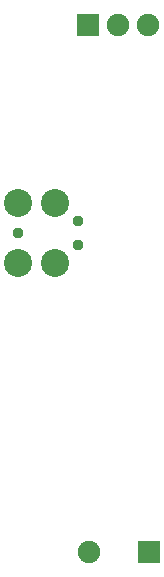
<source format=gbs>
G04 DipTrace 3.3.1.3*
G04 REV0_DieselTach_Filter_MSP.gbs*
%MOIN*%
G04 #@! TF.FileFunction,Soldermask,Bot*
G04 #@! TF.Part,Single*
%ADD41C,0.0374*%
%ADD42C,0.0935*%
%ADD65C,0.074809*%
%ADD67R,0.074809X0.074809*%
%FSLAX26Y26*%
G04*
G70*
G90*
G75*
G01*
G04 BotMask*
%LPD*%
D67*
X987449Y812451D3*
D65*
X787449D3*
D67*
X781199Y2568701D3*
D65*
X881199D3*
X981199D3*
D41*
X548975Y1876200D3*
X748975Y1916200D3*
Y1836200D3*
D42*
X548975Y1976200D3*
Y1776200D3*
X673975D3*
Y1976200D3*
M02*

</source>
